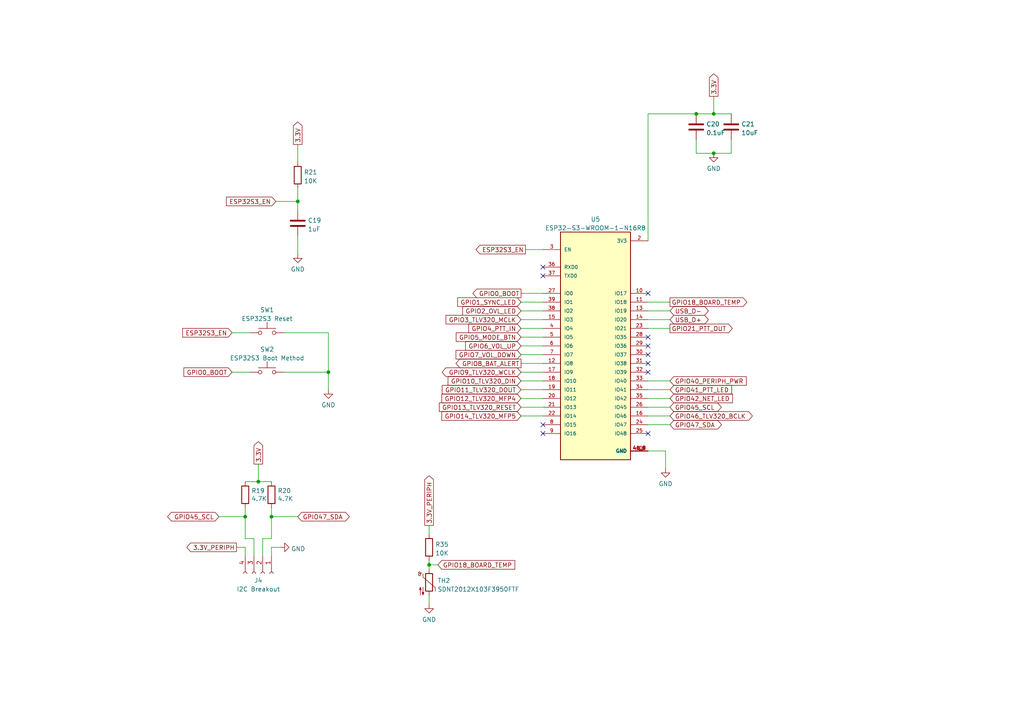
<source format=kicad_sch>
(kicad_sch (version 20211123) (generator eeschema)
  (paper "A4")
  (title_block (title "ezDV ESP32-S3") (date "2022-10-01") (rev "v0.4") (company "FreeDV Project"))
  (lib_symbols
    (symbol "Connector:Conn_01x04_Female" (pin_names (offset 1.016) hide)
      (property "Reference" "J" (at 0 5.08 0))
      (property "Value" "Conn_01x04_Female" (at 0 -7.62 0))
      (symbol "Conn_01x04_Female_1_1"
        (arc (start 0 -4.572) (mid -0.508 -5.08) (end 0 -5.588) (stroke (width 0.1524)))
        (arc (start 0 -2.032) (mid -0.508 -2.54) (end 0 -3.048) (stroke (width 0.1524)))
        (polyline (pts (xy -1.27 -5.08) (xy -0.508 -5.08)) (stroke (width 0.1524)))
        (polyline (pts (xy -1.27 -2.54) (xy -0.508 -2.54)) (stroke (width 0.1524)))
        (polyline (pts (xy -1.27 0) (xy -0.508 0)) (stroke (width 0.1524)))
        (polyline (pts (xy -1.27 2.54) (xy -0.508 2.54)) (stroke (width 0.1524)))
        (arc (start 0 0.508) (mid -0.508 0) (end 0 -0.508) (stroke (width 0.1524)))
        (arc (start 0 3.048) (mid -0.508 2.54) (end 0 2.032) (stroke (width 0.1524)))
        (pin passive line (at -5.08 2.54 0) (length 3.81) (name "Pin_1") (number "1"))
        (pin passive line (at -5.08 0 0) (length 3.81) (name "Pin_2") (number "2"))
        (pin passive line (at -5.08 -2.54 0) (length 3.81) (name "Pin_3") (number "3"))
        (pin passive line (at -5.08 -5.08 0) (length 3.81) (name "Pin_4") (number "4"))
      )
    )
    (symbol "Device:C" (pin_numbers hide) (pin_names (offset 0.254))
      (property "Reference" "C" (at 0.635 2.54 0))
      (property "Value" "C" (at 0.635 -2.54 0))
      (symbol "C_0_1"
        (polyline (pts (xy -2.032 -0.762) (xy 2.032 -0.762)) (stroke (width 0.508)))
        (polyline (pts (xy -2.032 0.762) (xy 2.032 0.762)) (stroke (width 0.508)))
      )
      (symbol "C_1_1"
        (pin passive line (at 0 3.81 270) (length 2.794) (name "~") (number "1"))
        (pin passive line (at 0 -3.81 90) (length 2.794) (name "~") (number "2"))
      )
    )
    (symbol "Device:R" (pin_numbers hide) (pin_names (offset 0))
      (property "Reference" "R" (at 2.032 0 90))
      (property "Value" "R" (at 0 0 90))
      (symbol "R_0_1"
        (rectangle (start -1.016 -2.54) (end 1.016 2.54) (stroke (width 0.254)))
      )
      (symbol "R_1_1"
        (pin passive line (at 0 3.81 270) (length 1.27) (name "~") (number "1"))
        (pin passive line (at 0 -3.81 90) (length 1.27) (name "~") (number "2"))
      )
    )
    (symbol "Device:Thermistor_NTC" (pin_numbers hide) (pin_names (offset 0))
      (property "Reference" "TH" (at -4.445 0 90))
      (property "Value" "Thermistor_NTC" (at 3.175 0 90))
      (symbol "Thermistor_NTC_0_1"
        (arc (start -3.048 2.159) (mid -3.0495 2.3143) (end -3.175 2.413))
        (arc (start -3.048 2.159) (mid -2.9736 1.9794) (end -2.794 1.905))
        (arc (start -3.048 2.794) (mid -2.9736 2.6144) (end -2.794 2.54))
        (arc (start -2.794 1.905) (mid -2.6144 1.9794) (end -2.54 2.159))
        (arc (start -2.794 2.54) (mid -2.4393 2.5587) (end -2.159 2.794))
        (arc (start -2.794 3.048) (mid -2.9736 2.9736) (end -3.048 2.794))
        (arc (start -2.54 2.794) (mid -2.6144 2.9736) (end -2.794 3.048))
        (rectangle (start -1.016 2.54) (end 1.016 -2.54) (stroke (width 0.254)))
        (polyline (pts (xy -2.54 2.159) (xy -2.54 2.794)))
        (polyline (pts (xy -1.778 2.54) (xy -1.778 1.524) (xy 1.778 -1.524) (xy 1.778 -2.54)))
        (polyline (pts (xy -2.54 -3.683) (xy -2.54 -1.397) (xy -2.794 -2.159) (xy -2.286 -2.159) (xy -2.54 -1.397) (xy -2.54 -1.651)) (fill (type outline)))
        (polyline (pts (xy -1.778 -1.397) (xy -1.778 -3.683) (xy -2.032 -2.921) (xy -1.524 -2.921) (xy -1.778 -3.683) (xy -1.778 -3.429)) (fill (type outline)))
      )
      (symbol "Thermistor_NTC_1_1"
        (pin passive line (at 0 3.81 270) (length 1.27) (name "~") (number "1"))
        (pin passive line (at 0 -3.81 90) (length 1.27) (name "~") (number "2"))
      )
    )
    (symbol "ESP32-S3-WROOM-1-N8R8:ESP32-S3-WROOM-1-N8R8" (pin_names (offset 1.016))
      (property "Reference" "U" (at -10.16 34.1122 0))
      (property "Value" "ESP32-S3-WROOM-1-N8R8" (at -10.16 -35.56 0))
      (symbol "ESP32-S3-WROOM-1-N8R8_0_0"
        (rectangle (start -10.16 -33.02) (end 10.16 33.02) (stroke (width 0.254)) (fill (type background)))
        (pin power_in line (at 15.24 -30.48 180) (length 5.08) (name "GND") (number "1"))
        (pin bidirectional line (at 15.24 15.24 180) (length 5.08) (name "IO17") (number "10"))
        (pin bidirectional line (at 15.24 12.7 180) (length 5.08) (name "IO18") (number "11"))
        (pin bidirectional line (at -15.24 -5.08 0) (length 5.08) (name "IO8") (number "12"))
        (pin bidirectional line (at 15.24 10.16 180) (length 5.08) (name "IO19") (number "13"))
        (pin bidirectional line (at 15.24 7.62 180) (length 5.08) (name "IO20") (number "14"))
        (pin bidirectional line (at -15.24 7.62 0) (length 5.08) (name "IO3") (number "15"))
        (pin bidirectional line (at 15.24 -20.32 180) (length 5.08) (name "IO46") (number "16"))
        (pin bidirectional line (at -15.24 -7.62 0) (length 5.08) (name "IO9") (number "17"))
        (pin bidirectional line (at -15.24 -10.16 0) (length 5.08) (name "IO10") (number "18"))
        (pin bidirectional line (at -15.24 -12.7 0) (length 5.08) (name "IO11") (number "19"))
        (pin power_in line (at 15.24 30.48 180) (length 5.08) (name "3V3") (number "2"))
        (pin bidirectional line (at -15.24 -15.24 0) (length 5.08) (name "IO12") (number "20"))
        (pin bidirectional line (at -15.24 -17.78 0) (length 5.08) (name "IO13") (number "21"))
        (pin bidirectional line (at -15.24 -20.32 0) (length 5.08) (name "IO14") (number "22"))
        (pin bidirectional line (at 15.24 5.08 180) (length 5.08) (name "IO21") (number "23"))
        (pin bidirectional line (at 15.24 -22.86 180) (length 5.08) (name "IO47") (number "24"))
        (pin bidirectional line (at 15.24 -25.4 180) (length 5.08) (name "IO48") (number "25"))
        (pin bidirectional line (at 15.24 -17.78 180) (length 5.08) (name "IO45") (number "26"))
        (pin bidirectional line (at -15.24 15.24 0) (length 5.08) (name "IO0") (number "27"))
        (pin bidirectional line (at 15.24 2.54 180) (length 5.08) (name "IO35") (number "28"))
        (pin bidirectional line (at 15.24 0 180) (length 5.08) (name "IO36") (number "29"))
        (pin input line (at -15.24 27.94 0) (length 5.08) (name "EN") (number "3"))
        (pin bidirectional line (at 15.24 -2.54 180) (length 5.08) (name "IO37") (number "30"))
        (pin bidirectional line (at 15.24 -5.08 180) (length 5.08) (name "IO38") (number "31"))
        (pin bidirectional line (at 15.24 -7.62 180) (length 5.08) (name "IO39") (number "32"))
        (pin bidirectional line (at 15.24 -10.16 180) (length 5.08) (name "IO40") (number "33"))
        (pin bidirectional line (at 15.24 -12.7 180) (length 5.08) (name "IO41") (number "34"))
        (pin bidirectional line (at 15.24 -15.24 180) (length 5.08) (name "IO42") (number "35"))
        (pin bidirectional line (at -15.24 22.86 0) (length 5.08) (name "RXD0") (number "36"))
        (pin bidirectional line (at -15.24 20.32 0) (length 5.08) (name "TXD0") (number "37"))
        (pin bidirectional line (at -15.24 10.16 0) (length 5.08) (name "IO2") (number "38"))
        (pin bidirectional line (at -15.24 12.7 0) (length 5.08) (name "IO1") (number "39"))
        (pin bidirectional line (at -15.24 5.08 0) (length 5.08) (name "IO4") (number "4"))
        (pin power_in line (at 15.24 -30.48 180) (length 5.08) (name "GND") (number "40"))
        (pin power_in line (at 15.24 -30.48 180) (length 5.08) (name "GND") (number "41_1"))
        (pin power_in line (at 15.24 -30.48 180) (length 5.08) (name "GND") (number "41_2"))
        (pin power_in line (at 15.24 -30.48 180) (length 5.08) (name "GND") (number "41_3"))
        (pin power_in line (at 15.24 -30.48 180) (length 5.08) (name "GND") (number "41_4"))
        (pin power_in line (at 15.24 -30.48 180) (length 5.08) (name "GND") (number "41_5"))
        (pin power_in line (at 15.24 -30.48 180) (length 5.08) (name "GND") (number "41_6"))
        (pin power_in line (at 15.24 -30.48 180) (length 5.08) (name "GND") (number "41_7"))
        (pin power_in line (at 15.24 -30.48 180) (length 5.08) (name "GND") (number "41_8"))
        (pin power_in line (at 15.24 -30.48 180) (length 5.08) (name "GND") (number "41_9"))
        (pin bidirectional line (at -15.24 2.54 0) (length 5.08) (name "IO5") (number "5"))
        (pin bidirectional line (at -15.24 0 0) (length 5.08) (name "IO6") (number "6"))
        (pin bidirectional line (at -15.24 -2.54 0) (length 5.08) (name "IO7") (number "7"))
        (pin bidirectional line (at -15.24 -22.86 0) (length 5.08) (name "IO15") (number "8"))
        (pin bidirectional line (at -15.24 -25.4 0) (length 5.08) (name "IO16") (number "9"))
      )
    )
    (symbol "Switch:SW_Push" (pin_numbers hide) (pin_names (offset 1.016) hide)
      (property "Reference" "SW" (at 1.27 2.54 0))
      (property "Value" "SW_Push" (at 0 -1.524 0))
      (symbol "SW_Push_0_1"
        (circle (center -2.032 0) (radius 0.508))
        (polyline (pts (xy 0 1.27) (xy 0 3.048)))
        (polyline (pts (xy 2.54 1.27) (xy -2.54 1.27)))
        (circle (center 2.032 0) (radius 0.508))
        (pin passive line (at -5.08 0 0) (length 2.54) (name "1") (number "1"))
        (pin passive line (at 5.08 0 180) (length 2.54) (name "2") (number "2"))
      )
    )
    (symbol "power:GND" (power) (pin_names (offset 0))
      (property "Value" "GND" (at 0 -3.81 0))
      (symbol "GND_0_1"
        (polyline (pts (xy 0 0) (xy 0 -1.27) (xy 1.27 -1.27) (xy 0 -2.54) (xy -1.27 -1.27) (xy 0 -1.27)))
      )
      (symbol "GND_1_1"
        (pin power_in line (at 0 0 270) (length 0) hide (name "GND") (number "1"))
      )
    )
  )
  (junction (at 74.93 139.7))
  (junction (at 95.25 107.95))
  (junction (at 71.12 149.86))
  (junction (at 86.36 58.42))
  (junction (at 78.74 149.86))
  (junction (at 207.01 44.45))
  (junction (at 201.93 33.02))
  (junction (at 207.01 33.02))
  (junction (at 124.46 163.83))
  (no_connect (at 187.96 125.73))
  (no_connect (at 157.48 123.19))
  (no_connect (at 187.96 107.95))
  (no_connect (at 187.96 105.41))
  (no_connect (at 157.48 77.47))
  (no_connect (at 157.48 80.01))
  (no_connect (at 157.48 125.73))
  (no_connect (at 187.96 102.87))
  (no_connect (at 187.96 100.33))
  (no_connect (at 187.96 97.79))
  (no_connect (at 187.96 85.09))
  (wire (pts (xy 187.96 118.11) (xy 194.31 118.11)))
  (wire (pts (xy 151.13 100.33) (xy 157.48 100.33)))
  (wire (pts (xy 187.96 33.02) (xy 187.96 69.85)))
  (wire (pts (xy 151.13 95.25) (xy 157.48 95.25)))
  (wire (pts (xy 151.13 87.63) (xy 157.48 87.63)))
  (wire (pts (xy 76.2 156.21) (xy 76.2 161.29)))
  (wire (pts (xy 124.46 163.83) (xy 124.46 165.1)))
  (wire (pts (xy 151.13 118.11) (xy 157.48 118.11)))
  (wire (pts (xy 63.5 149.86) (xy 71.12 149.86)))
  (wire (pts (xy 124.46 162.56) (xy 124.46 163.83)))
  (wire (pts (xy 67.31 107.95) (xy 72.39 107.95)))
  (wire (pts (xy 78.74 147.32) (xy 78.74 149.86)))
  (wire (pts (xy 95.25 96.52) (xy 95.25 107.95)))
  (wire (pts (xy 187.96 87.63) (xy 194.31 87.63)))
  (wire (pts (xy 151.13 102.87) (xy 157.48 102.87)))
  (wire (pts (xy 187.96 110.49) (xy 194.31 110.49)))
  (wire (pts (xy 151.13 107.95) (xy 157.48 107.95)))
  (wire (pts (xy 151.13 105.41) (xy 157.48 105.41)))
  (wire (pts (xy 124.46 152.4) (xy 124.46 154.94)))
  (wire (pts (xy 201.93 40.64) (xy 201.93 44.45)))
  (wire (pts (xy 187.96 113.03) (xy 194.31 113.03)))
  (wire (pts (xy 187.96 123.19) (xy 194.31 123.19)))
  (wire (pts (xy 78.74 149.86) (xy 86.36 149.86)))
  (wire (pts (xy 152.4 72.39) (xy 157.48 72.39)))
  (wire (pts (xy 68.58 158.75) (xy 71.12 158.75)))
  (wire (pts (xy 73.66 156.21) (xy 73.66 161.29)))
  (wire (pts (xy 71.12 147.32) (xy 71.12 149.86)))
  (wire (pts (xy 86.36 68.58) (xy 86.36 73.66)))
  (wire (pts (xy 151.13 85.09) (xy 157.48 85.09)))
  (wire (pts (xy 86.36 41.91) (xy 86.36 46.99)))
  (wire (pts (xy 193.04 130.81) (xy 187.96 130.81)))
  (wire (pts (xy 74.93 134.62) (xy 74.93 139.7)))
  (wire (pts (xy 151.13 115.57) (xy 157.48 115.57)))
  (wire (pts (xy 71.12 158.75) (xy 71.12 161.29)))
  (wire (pts (xy 151.13 90.17) (xy 157.48 90.17)))
  (wire (pts (xy 78.74 158.75) (xy 81.28 158.75)))
  (wire (pts (xy 151.13 110.49) (xy 157.48 110.49)))
  (wire (pts (xy 74.93 139.7) (xy 78.74 139.7)))
  (wire (pts (xy 67.31 96.52) (xy 72.39 96.52)))
  (wire (pts (xy 187.96 115.57) (xy 194.31 115.57)))
  (wire (pts (xy 187.96 95.25) (xy 194.31 95.25)))
  (wire (pts (xy 207.01 33.02) (xy 212.09 33.02)))
  (wire (pts (xy 207.01 27.94) (xy 207.01 33.02)))
  (wire (pts (xy 201.93 33.02) (xy 207.01 33.02)))
  (wire (pts (xy 187.96 90.17) (xy 194.31 90.17)))
  (wire (pts (xy 80.01 58.42) (xy 86.36 58.42)))
  (wire (pts (xy 212.09 44.45) (xy 212.09 40.64)))
  (wire (pts (xy 193.04 135.89) (xy 193.04 130.81)))
  (wire (pts (xy 71.12 156.21) (xy 73.66 156.21)))
  (wire (pts (xy 124.46 163.83) (xy 127 163.83)))
  (wire (pts (xy 78.74 149.86) (xy 78.74 156.21)))
  (wire (pts (xy 201.93 33.02) (xy 187.96 33.02)))
  (wire (pts (xy 207.01 44.45) (xy 212.09 44.45)))
  (wire (pts (xy 71.12 149.86) (xy 71.12 156.21)))
  (wire (pts (xy 151.13 97.79) (xy 157.48 97.79)))
  (wire (pts (xy 82.55 96.52) (xy 95.25 96.52)))
  (wire (pts (xy 78.74 161.29) (xy 78.74 158.75)))
  (wire (pts (xy 151.13 120.65) (xy 157.48 120.65)))
  (wire (pts (xy 151.13 113.03) (xy 157.48 113.03)))
  (wire (pts (xy 95.25 107.95) (xy 95.25 113.03)))
  (wire (pts (xy 201.93 44.45) (xy 207.01 44.45)))
  (wire (pts (xy 78.74 156.21) (xy 76.2 156.21)))
  (wire (pts (xy 74.93 139.7) (xy 71.12 139.7)))
  (wire (pts (xy 86.36 54.61) (xy 86.36 58.42)))
  (wire (pts (xy 187.96 92.71) (xy 194.31 92.71)))
  (wire (pts (xy 124.46 172.72) (xy 124.46 175.26)))
  (wire (pts (xy 86.36 58.42) (xy 86.36 60.96)))
  (wire (pts (xy 82.55 107.95) (xy 95.25 107.95)))
  (wire (pts (xy 151.13 92.71) (xy 157.48 92.71)))
  (wire (pts (xy 187.96 120.65) (xy 194.31 120.65)))
  (global_label "3.3V_PERIPH" (shape output) (at 68.58 158.75 180) (property "Intersheet References" "${INTERSHEET_REFS}" (effects hide)))
  (global_label "GPIO8_BAT_ALERT" (shape output) (at 151.13 105.41 180) (property "Intersheet References" "${INTERSHEET_REFS}" (effects hide)))
  (global_label "GPIO0_BOOT" (shape input) (at 67.31 107.95 180) (property "Intersheet References" "${INTERSHEET_REFS}" (effects hide)))
  (global_label "GPIO5_MODE_BTN" (shape input) (at 151.13 97.79 180) (property "Intersheet References" "${INTERSHEET_REFS}" (effects hide)))
  (global_label "GPIO3_TLV320_MCLK" (shape input) (at 151.13 92.71 180) (property "Intersheet References" "${INTERSHEET_REFS}" (effects hide)))
  (global_label "GPIO40_PERIPH_PWR" (shape input) (at 194.31 110.49 0) (property "Intersheet References" "${INTERSHEET_REFS}" (effects hide)))
  (global_label "GPIO47_SDA" (shape bidirectional) (at 86.36 149.86 0) (property "Intersheet References" "${INTERSHEET_REFS}" (effects hide)))
  (global_label "3.3V" (shape output) (at 86.36 41.91 90) (property "Intersheet References" "${INTERSHEET_REFS}" (effects hide)))
  (global_label "GPIO6_VOL_UP" (shape input) (at 151.13 100.33 180) (property "Intersheet References" "${INTERSHEET_REFS}" (effects hide)))
  (global_label "GPIO42_NET_LED" (shape input) (at 194.31 115.57 0) (property "Intersheet References" "${INTERSHEET_REFS}" (effects hide)))
  (global_label "GPIO18_BOARD_TEMP" (shape input) (at 127 163.83 0) (property "Intersheet References" "${INTERSHEET_REFS}" (effects hide)))
  (global_label "GPIO12_TLV320_MFP4" (shape input) (at 151.13 115.57 180) (property "Intersheet References" "${INTERSHEET_REFS}" (effects hide)))
  (global_label "GPIO2_OVL_LED" (shape input) (at 151.13 90.17 180) (property "Intersheet References" "${INTERSHEET_REFS}" (effects hide)))
  (global_label "GPIO9_TLV320_WCLK" (shape bidirectional) (at 151.13 107.95 180) (property "Intersheet References" "${INTERSHEET_REFS}" (effects hide)))
  (global_label "GPIO4_PTT_IN" (shape input) (at 151.13 95.25 180) (property "Intersheet References" "${INTERSHEET_REFS}" (effects hide)))
  (global_label "GPIO10_TLV320_DIN" (shape input) (at 151.13 110.49 180) (property "Intersheet References" "${INTERSHEET_REFS}" (effects hide)))
  (global_label "GPIO47_SDA" (shape bidirectional) (at 194.31 123.19 0) (property "Intersheet References" "${INTERSHEET_REFS}" (effects hide)))
  (global_label "GPIO41_PTT_LED" (shape input) (at 194.31 113.03 0) (property "Intersheet References" "${INTERSHEET_REFS}" (effects hide)))
  (global_label "ESP32S3_EN" (shape input) (at 67.31 96.52 180) (property "Intersheet References" "${INTERSHEET_REFS}" (effects hide)))
  (global_label "GPIO0_BOOT" (shape output) (at 151.13 85.09 180) (property "Intersheet References" "${INTERSHEET_REFS}" (effects hide)))
  (global_label "3.3V_PERIPH" (shape output) (at 124.46 152.4 90) (property "Intersheet References" "${INTERSHEET_REFS}" (effects hide)))
  (global_label "GPIO13_TLV320_RESET" (shape input) (at 151.13 118.11 180) (property "Intersheet References" "${INTERSHEET_REFS}" (effects hide)))
  (global_label "3.3V" (shape output) (at 207.01 27.94 90) (property "Intersheet References" "${INTERSHEET_REFS}" (effects hide)))
  (global_label "ESP32S3_EN" (shape input) (at 80.01 58.42 180) (property "Intersheet References" "${INTERSHEET_REFS}" (effects hide)))
  (global_label "GPIO1_SYNC_LED" (shape input) (at 151.13 87.63 180) (property "Intersheet References" "${INTERSHEET_REFS}" (effects hide)))
  (global_label "GPIO14_TLV320_MFP5" (shape input) (at 151.13 120.65 180) (property "Intersheet References" "${INTERSHEET_REFS}" (effects hide)))
  (global_label "GPIO7_VOL_DOWN" (shape input) (at 151.13 102.87 180) (property "Intersheet References" "${INTERSHEET_REFS}" (effects hide)))
  (global_label "GPIO45_SCL" (shape bidirectional) (at 194.31 118.11 0) (property "Intersheet References" "${INTERSHEET_REFS}" (effects hide)))
  (global_label "3.3V" (shape output) (at 74.93 134.62 90) (property "Intersheet References" "${INTERSHEET_REFS}" (effects hide)))
  (global_label "GPIO18_BOARD_TEMP" (shape output) (at 194.31 87.63 0) (property "Intersheet References" "${INTERSHEET_REFS}" (effects hide)))
  (global_label "USB_D+" (shape bidirectional) (at 194.31 92.71 0) (property "Intersheet References" "${INTERSHEET_REFS}" (effects hide)))
  (global_label "GPIO46_TLV320_BCLK" (shape bidirectional) (at 194.31 120.65 0) (property "Intersheet References" "${INTERSHEET_REFS}" (effects hide)))
  (global_label "GPIO21_PTT_OUT" (shape output) (at 194.31 95.25 0) (property "Intersheet References" "${INTERSHEET_REFS}" (effects hide)))
  (global_label "GPIO11_TLV320_DOUT" (shape input) (at 151.13 113.03 180) (property "Intersheet References" "${INTERSHEET_REFS}" (effects hide)))
  (global_label "ESP32S3_EN" (shape output) (at 152.4 72.39 180) (property "Intersheet References" "${INTERSHEET_REFS}" (effects hide)))
  (global_label "USB_D-" (shape bidirectional) (at 194.31 90.17 0) (property "Intersheet References" "${INTERSHEET_REFS}" (effects hide)))
  (global_label "GPIO45_SCL" (shape bidirectional) (at 63.5 149.86 180) (property "Intersheet References" "${INTERSHEET_REFS}" (effects hide)))
  (symbol (lib_id "Device:R") (at 71.12 143.51 0) (unit 1)
    (property "Reference" "R19" (at 72.898 142.3416 0) (effects (justify left)))
    (property "Value" "4.7K" (at 72.898 144.653 0) (effects (justify left)))
    (property "Footprint" "Resistor_SMD:R_0603_1608Metric" (effects hide))
    (property "Datasheet" "https://datasheet.lcsc.com/lcsc/1810231411_YAGEO-RC0603FR-074K7L_C99782.pdf" (effects hide))
    (property "LCSC" "C99782" (effects hide))
  )
  (symbol (lib_id "Device:R") (at 124.46 158.75 0) (unit 1)
    (property "Reference" "R35" (at 126.238 157.9153 0) (effects (justify left)))
    (property "Value" "10K" (at 126.238 160.4522 0) (effects (justify left)))
    (property "Footprint" "Resistor_SMD:R_0402_1005Metric" (effects hide))
    (property "Datasheet" "https://datasheet.lcsc.com/lcsc/2206010100_UNI-ROYAL-Uniroyal-Elec-0402WGF1002TCE_C25744.pdf" (effects hide))
    (property "LCSC" "C25744" (effects hide))
  )
  (symbol (lib_id "power:GND") (at 95.25 113.03 0) (unit 1)
    (property "Reference" "#PWR022" (effects hide))
    (property "Value" "GND" (at 95.25 117.4734 0))
  )
  (symbol (lib_id "Device:R") (at 78.74 143.51 0) (unit 1)
    (property "Reference" "R20" (at 80.518 142.3416 0) (effects (justify left)))
    (property "Value" "4.7K" (at 80.518 144.653 0) (effects (justify left)))
    (property "Footprint" "Resistor_SMD:R_0603_1608Metric" (effects hide))
    (property "Datasheet" "https://datasheet.lcsc.com/lcsc/1810231411_YAGEO-RC0603FR-074K7L_C99782.pdf" (effects hide))
    (property "LCSC" "C99782" (effects hide))
  )
  (symbol (lib_id "Connector:Conn_01x04_Female") (at 76.2 166.37 270) (unit 1)
    (property "Reference" "J4" (at 74.93 168.3496 90))
    (property "Value" "I2C Breakout" (at 74.93 170.8865 90))
    (property "Footprint" "Connector_PinHeader_2.54mm:PinHeader_1x04_P2.54mm_Vertical" (effects hide))
  )
  (symbol (lib_id "Switch:SW_Push") (at 77.47 96.52 0) (unit 1)
    (property "Reference" "SW1" (at 77.47 89.8992 0))
    (property "Value" "ESP32S3 Reset" (at 77.47 92.4361 0))
    (property "Footprint" "Button_Switch_SMD:SW_SPST_TL3342" (effects hide))
    (property "Datasheet" "https://datasheet.lcsc.com/lcsc/2109061530_E-Switch-TL3342F160QG_C2886898.pdf" (effects hide))
    (property "LCSC" "C2886898" (effects hide))
  )
  (symbol (lib_id "Device:R") (at 86.36 50.8 0) (unit 1)
    (property "Reference" "R21" (at 88.138 49.9653 0) (effects (justify left)))
    (property "Value" "10K" (at 88.138 52.5022 0) (effects (justify left)))
    (property "Footprint" "Resistor_SMD:R_0402_1005Metric" (effects hide))
    (property "Datasheet" "https://datasheet.lcsc.com/lcsc/2206010100_UNI-ROYAL-Uniroyal-Elec-0402WGF1002TCE_C25744.pdf" (effects hide))
    (property "LCSC" "C25744" (effects hide))
  )
  (symbol (lib_id "Device:C") (at 212.09 36.83 0) (unit 1)
    (property "Reference" "C21" (at 215.011 35.9953 0) (effects (justify left)))
    (property "Value" "10uF" (at 215.011 38.5322 0) (effects (justify left)))
    (property "Footprint" "Capacitor_SMD:C_0402_1005Metric" (effects hide))
    (property "Datasheet" "https://datasheet.lcsc.com/lcsc/2007131004_Samsung-Electro-Mechanics-CL05A106MP5NUNC_C315248.pdf" (effects hide))
    (property "LCSC" "C315248" (effects hide))
  )
  (symbol (lib_id "power:GND") (at 81.28 158.75 90) (unit 1)
    (property "Reference" "#PWR0103" (effects hide))
    (property "Value" "GND" (at 84.455 159.1838 90) (effects (justify right)))
  )
  (symbol (lib_id "Device:C") (at 201.93 36.83 0) (unit 1)
    (property "Reference" "C20" (at 204.851 35.9953 0) (effects (justify left)))
    (property "Value" "0.1uF" (at 204.851 38.5322 0) (effects (justify left)))
    (property "Footprint" "Capacitor_SMD:C_0402_1005Metric" (effects hide))
    (property "Datasheet" "https://datasheet.lcsc.com/lcsc/1810191219_Samsung-Electro-Mechanics-CL05B104KO5NNNC_C1525.pdf" (effects hide))
    (property "LCSC" "C1525" (effects hide))
  )
  (symbol (lib_id "power:GND") (at 207.01 44.45 0) (unit 1)
    (property "Reference" "#PWR024" (effects hide))
    (property "Value" "GND" (at 207.01 48.8934 0))
  )
  (symbol (lib_id "power:GND") (at 86.36 73.66 0) (unit 1)
    (property "Reference" "#PWR021" (effects hide))
    (property "Value" "GND" (at 86.36 78.1034 0))
  )
  (symbol (lib_id "Switch:SW_Push") (at 77.47 107.95 0) (unit 1)
    (property "Reference" "SW2" (at 77.47 101.3292 0))
    (property "Value" "ESP32S3 Boot Method" (at 77.47 103.8661 0))
    (property "Footprint" "Button_Switch_SMD:SW_SPST_TL3342" (effects hide))
    (property "Datasheet" "https://datasheet.lcsc.com/lcsc/2109061530_E-Switch-TL3342F160QG_C2886898.pdf" (effects hide))
    (property "LCSC" "C2886898" (effects hide))
  )
  (symbol (lib_id "Device:C") (at 86.36 64.77 0) (unit 1)
    (property "Reference" "C19" (at 89.281 63.9353 0) (effects (justify left)))
    (property "Value" "1uF" (at 89.281 66.4722 0) (effects (justify left)))
    (property "Footprint" "Capacitor_SMD:C_0402_1005Metric" (effects hide))
    (property "Datasheet" "https://datasheet.lcsc.com/lcsc/1810191214_Samsung-Electro-Mechanics-CL05A105KP5NNNC_C14445.pdf" (effects hide))
    (property "LCSC" "C14445" (effects hide))
  )
  (symbol (lib_id "ESP32-S3-WROOM-1-N8R8:ESP32-S3-WROOM-1-N8R8") (at 172.72 100.33 0) (unit 1)
    (property "Reference" "U5" (at 172.72 63.6102 0))
    (property "Value" "ESP32-S3-WROOM-1-N16R8" (at 172.72 66.1471 0))
    (property "Footprint" "ezDV_production:XCVR_ESP32S3WROOM1N8R8" (effects hide))
    (property "AVAILABILITY" "In Stock" (effects hide))
    (property "DESCRIPTION" "Bluetooth, WiFi 802.11b/g/n, Bluetooth v5.0 Transceiver Module 2.4GHz PCB Trace Surface Mount" (effects hide))
    (property "MF" "Espressif Systems" (effects hide))
    (property "PRICE" "None" (effects hide))
    (property "MP" "ESP32S3WROOM1N8R8" (effects hide))
    (property "PURCHASE-URL" "https://pricing.snapeda.com/search/part/ESP32S3WROOM1N8R8/?ref=eda" (effects hide))
    (property "PACKAGE" "SMD-41 Espressif Systems" (effects hide))
    (property "LCSC" "C2913202" (effects hide))
  )
  (symbol (lib_id "power:GND") (at 193.04 135.89 0) (unit 1)
    (property "Reference" "#PWR023" (effects hide))
    (property "Value" "GND" (at 193.04 140.3334 0))
  )
  (symbol (lib_id "Device:Thermistor_NTC") (at 124.46 168.91 0) (unit 1)
    (property "Reference" "TH2" (at 126.873 168.3928 0) (effects (justify left)))
    (property "Value" "SDNT2012X103F3950FTF" (at 126.873 170.9297 0) (effects (justify left)))
    (property "Footprint" "Resistor_SMD:R_0805_2012Metric" (effects hide))
    (property "Datasheet" "https://datasheet.lcsc.com/lcsc/2110081230_Sunlord-SDNT2012X103F3950FTF_C95968.pdf" (effects hide))
    (property "LCSC" "C95968" (effects hide))
  )
  (symbol (lib_id "power:GND") (at 124.46 175.26 0) (unit 1)
    (property "Reference" "#PWR04" (effects hide))
    (property "Value" "GND" (at 124.46 179.7034 0))
  )
)
</source>
